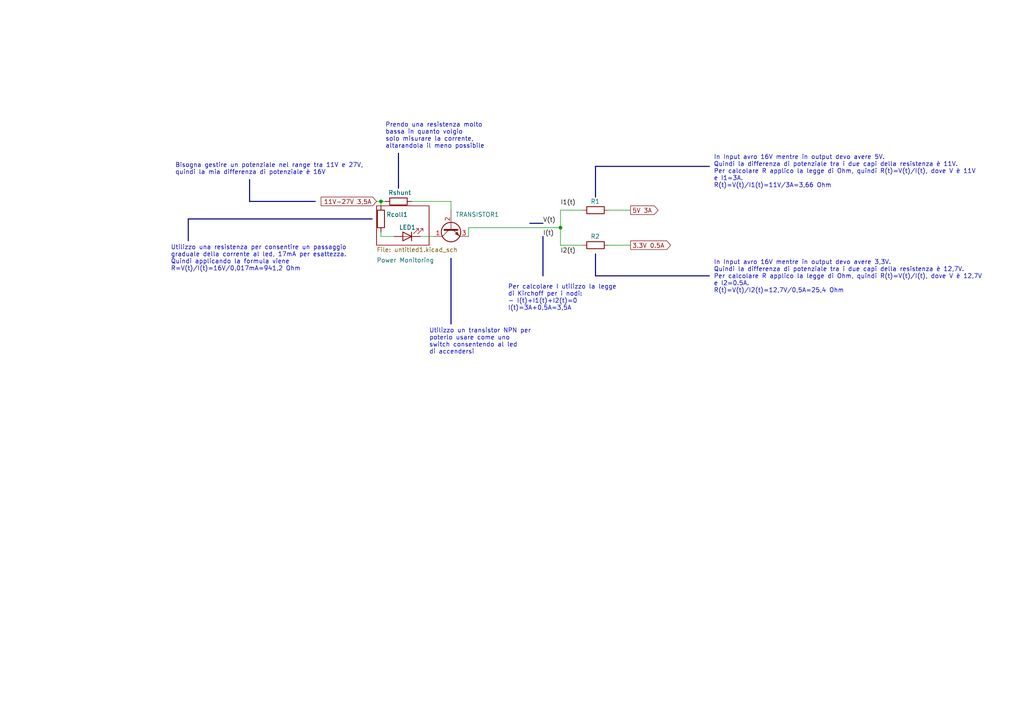
<source format=kicad_sch>
(kicad_sch (version 20211123) (generator eeschema)
  (paper "A4")
  (lib_symbols
    (symbol "Device:LED" (pin_numbers hide) (pin_names (offset 1.016) hide)
      (property "Reference" "D" (at 0 2.54 0))
      (property "Value" "LED" (at 0 -2.54 0))
      (symbol "LED_0_1"
        (polyline (pts (xy -1.27 -1.27) (xy -1.27 1.27)) (stroke (width 0.254)))
        (polyline (pts (xy -1.27 0) (xy 1.27 0)))
        (polyline (pts (xy 1.27 -1.27) (xy 1.27 1.27) (xy -1.27 0) (xy 1.27 -1.27)) (stroke (width 0.254)))
        (polyline (pts (xy -3.048 -0.762) (xy -4.572 -2.286) (xy -3.81 -2.286) (xy -4.572 -2.286) (xy -4.572 -1.524)))
        (polyline (pts (xy -1.778 -0.762) (xy -3.302 -2.286) (xy -2.54 -2.286) (xy -3.302 -2.286) (xy -3.302 -1.524)))
      )
      (symbol "LED_1_1"
        (pin passive line (at -3.81 0 0) (length 2.54) (name "K") (number "1"))
        (pin passive line (at 3.81 0 180) (length 2.54) (name "A") (number "2"))
      )
    )
    (symbol "Device:R" (pin_numbers hide) (pin_names (offset 0))
      (property "Reference" "R" (at 2.032 0 90))
      (property "Value" "R" (at 0 0 90))
      (symbol "R_0_1"
        (rectangle (start -1.016 -2.54) (end 1.016 2.54) (stroke (width 0.254)))
      )
      (symbol "R_1_1"
        (pin passive line (at 0 3.81 270) (length 1.27) (name "~") (number "1"))
        (pin passive line (at 0 -3.81 90) (length 1.27) (name "~") (number "2"))
      )
    )
    (symbol "Transistor_BJT:BC546" (pin_names (offset 0) hide)
      (property "Reference" "Q" (at 5.08 1.905 0))
      (property "Value" "BC546" (at 5.08 0 0))
      (symbol "BC546_0_1"
        (polyline (pts (xy 0 0) (xy 0.635 0)))
        (polyline (pts (xy 0.635 0.635) (xy 2.54 2.54)))
        (polyline (pts (xy 0.635 -0.635) (xy 2.54 -2.54) (xy 2.54 -2.54)))
        (polyline (pts (xy 0.635 1.905) (xy 0.635 -1.905) (xy 0.635 -1.905)) (stroke (width 0.508)))
        (polyline (pts (xy 1.27 -1.778) (xy 1.778 -1.27) (xy 2.286 -2.286) (xy 1.27 -1.778) (xy 1.27 -1.778)) (fill (type outline)))
        (circle (center 1.27 0) (radius 2.8194) (stroke (width 0.254)))
      )
      (symbol "BC546_1_1"
        (pin passive line (at 2.54 5.08 270) (length 2.54) (name "C") (number "1"))
        (pin input line (at -5.08 0 0) (length 5.08) (name "B") (number "2"))
        (pin passive line (at 2.54 -5.08 90) (length 2.54) (name "E") (number "3"))
      )
    )
  )
  (junction (at 110.49 58.42))
  (junction (at 162.56 66.04))
  (wire (pts (xy 168.91 71.12) (xy 162.56 71.12)))
  (bus (pts (xy 157.48 68.58) (xy 157.48 80.01)))
  (bus (pts (xy 54.61 63.5) (xy 54.61 69.85)))
  (wire (pts (xy 130.81 60.96) (xy 130.81 58.42)))
  (wire (pts (xy 130.81 58.42) (xy 119.38 58.42)))
  (bus (pts (xy 115.57 44.45) (xy 115.57 54.61)))
  (bus (pts (xy 172.72 57.15) (xy 172.72 48.26)))
  (wire (pts (xy 109.22 58.42) (xy 110.49 58.42)))
  (wire (pts (xy 110.49 67.31) (xy 110.49 68.58)))
  (wire (pts (xy 162.56 60.96) (xy 168.91 60.96)))
  (bus (pts (xy 172.72 48.26) (xy 205.74 48.26)))
  (wire (pts (xy 176.53 71.12) (xy 182.88 71.12)))
  (bus (pts (xy 172.72 80.01) (xy 205.74 80.01)))
  (bus (pts (xy 91.44 58.42) (xy 72.39 58.42)))
  (wire (pts (xy 110.49 68.58) (xy 114.3 68.58)))
  (wire (pts (xy 162.56 71.12) (xy 162.56 66.04)))
  (wire (pts (xy 121.92 68.58) (xy 125.73 68.58)))
  (bus (pts (xy 72.39 52.07) (xy 72.39 58.42)))
  (wire (pts (xy 135.89 66.04) (xy 135.89 68.58)))
  (wire (pts (xy 110.49 58.42) (xy 110.49 59.69)))
  (wire (pts (xy 176.53 60.96) (xy 182.88 60.96)))
  (wire (pts (xy 110.49 58.42) (xy 111.76 58.42)))
  (wire (pts (xy 135.89 66.04) (xy 162.56 66.04)))
  (bus (pts (xy 157.48 64.77) (xy 153.67 64.77)))
  (bus (pts (xy 172.72 73.66) (xy 172.72 80.01)))
  (wire (pts (xy 162.56 66.04) (xy 162.56 60.96)))
  (bus (pts (xy 107.95 63.5) (xy 54.61 63.5)))
  (bus (pts (xy 130.81 74.93) (xy 130.81 93.98)))
  (text "In Input avro 16V mentre in output devo avere 3,3V.\nQuindi la differenza di potenziale tra i due capi della resistenza è 12,7V.\nPer calcolare R applico la legge di Ohm, quindi R(t)=V(t)/I(t), dove V è 12,7V\ne I2=0.5A.\nR(t)=V(t)/I2(t)=12,7V/0,5A=25,4 Ohm" (at 207.01 85.09 0) (effects (font (size 1.27 1.27)) (justify left bottom)))
  (text "Per calcolare I utilizzo la legge \ndi Kirchoff per i nodi:\n- I(t)+I1(t)+I2(t)=0\nI(t)=3A+0,5A=3,5A" (at 147.32 90.17 0) (effects (font (size 1.27 1.27)) (justify left bottom)))
  (text "Prendo una resistenza molto \nbassa in quanto volgio \nsolo misurare la corrente, \naltarandola il meno possibile" (at 111.76 43.18 0) (effects (font (size 1.27 1.27)) (justify left bottom)))
  (text "In Input avro 16V mentre in output devo avere 5V.\nQuindi la differenza di potenziale tra i due capi della resistenza è 11V.\nPer calcolare R applico la legge di Ohm, quindi R(t)=V(t)/I(t), dove V è 11V\ne I1=3A.\nR(t)=V(t)/I1(t)=11V/3A=3,66 Ohm" (at 207.01 54.61 0) (effects (font (size 1.27 1.27)) (justify left bottom)))
  (text "Utilizzo una resistenza per consentire un passaggio \ngraduale della corrente al led, 17mA per esattezza.\nQuindi applicando la formula viene \nR=V(t)/I(t)=16V/0,017mA=941,2 Ohm" (at 49.53 78.74 0) (effects (font (size 1.27 1.27)) (justify left bottom)))
  (text "Bisogna gestire un potenziale nel range tra 11V e 27V, \nquindi la mia differenza di potenziale è 16V" (at 50.8 50.8 0) (effects (font (size 1.27 1.27)) (justify left bottom)))
  (text "Utilizzo un transistor NPN per \npoterlo usare come uno \nswitch consentendo al led \ndi accendersi" (at 124.46 102.87 0) (effects (font (size 1.27 1.27)) (justify left bottom)))
  (label "I2(t)" (at 162.56 73.66 0))
  (label "I1(t)" (at 162.56 59.69 0))
  (label "I(t)" (at 157.48 68.58 0))
  (label "V(t)" (at 157.48 64.77 0))
  (global_label "3.3V 0.5A" (shape output) (at 182.88 71.12 0) (property "Intersheet References" "${INTERSHEET_REFS}" (effects hide)))
  (global_label "11V-27V 3,5A" (shape input) (at 109.22 58.42 180) (property "Intersheet References" "${INTERSHEET_REFS}" (effects hide)))
  (global_label "5V 3A" (shape output) (at 182.88 60.96 0) (property "Intersheet References" "${INTERSHEET_REFS}" (effects hide)))
  (symbol (lib_id "Device:R") (at 110.49 63.5 0) (unit 1)
    (property "Reference" "Rcoll1" (at 112.03 62.2299 0) (effects (justify left)))
    (property "Value" "941,2 " (effects hide))
    (property "Footprint" "Resistor_SMD:R_0201_0603Metric" (effects hide))
  )
  (symbol (lib_id "Device:R") (at 172.72 71.12 90) (unit 1)
    (property "Reference" "R2" (at 173.99 68.58 90) (effects (justify left)))
    (property "Value" "25,4" (effects hide))
    (property "Footprint" "Resistor_SMD:R_0201_0603Metric" (effects hide))
  )
  (symbol (lib_id "Device:R") (at 172.72 60.96 90) (unit 1)
    (property "Reference" "R1" (at 173.99 58.42 90) (effects (justify left)))
    (property "Value" "3,66" (effects hide))
    (property "Footprint" "Resistor_SMD:R_0201_0603Metric" (effects hide))
  )
  (symbol (lib_id "Device:LED") (at 118.11 68.58 180) (unit 1)
    (property "Reference" "LED1" (at 118.17 65.96 0))
    (property "Value" "LED" (effects hide))
    (property "Footprint" "Diode_SMD:D_MiniMELF" (effects hide))
  )
  (symbol (lib_id "Device:R") (at 115.57 58.42 90) (unit 1)
    (property "Reference" "Rshunt" (at 119.2999 55.88 90) (effects (justify left)))
    (property "Value" "0,1" (effects hide))
    (property "Footprint" "Resistor_SMD:R_0201_0603Metric" (effects hide))
  )
  (symbol (lib_id "Transistor_BJT:BC546") (at 130.81 66.04 90) (mirror x) (unit 1)
    (property "Reference" "TRANSISTOR1" (at 138.43 62.23 90))
    (property "Value" "BC546" (effects hide))
    (property "Footprint" "Package_TO_SOT_THT:TO-92_Inline" (effects hide))
    (property "Datasheet" "https://www.onsemi.com/pub/Collateral/BC550-D.pdf" (effects hide))
  )
  (sheet (at 109.22 59.69) (size 15.24 11.43) (stroke (width 0.1524))
    (property "Sheet name" "Power Monitoring" (at 109.22 76.2 0) (effects (justify left bottom)))
    (property "Sheet file" "untitled1.kicad_sch" (at 109.22 71.7046 0) (effects (justify left top)))
  )
)
</source>
